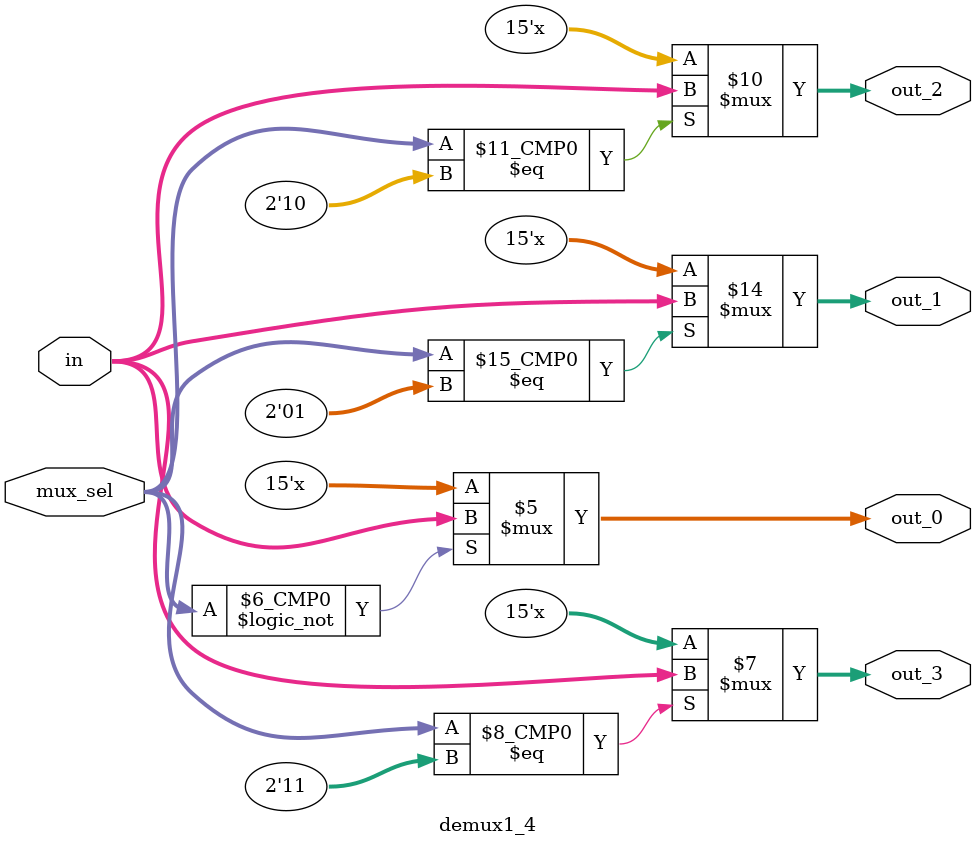
<source format=v>
`timescale 1ns / 1ns
module demux1_4( in, mux_sel, out_0, out_1, out_2, out_3);

	input[14:0] in;
	input [1:0] mux_sel;
	
	output[14:0]  out_0, out_1, out_2, out_3;
	reg[14:0]  out_0, out_1, out_2, out_3;


	
	always @(in or mux_sel) 
	  begin
		  case(mux_sel)
			 	3'b00: 		out_0 = in;
			 	3'b01: 		out_1 = in;
			 	3'b10: 		out_2 = in;
			 	3'b11: 		out_3 = in;
				default: out_0 = 0;
			endcase
		end

endmodule
</source>
